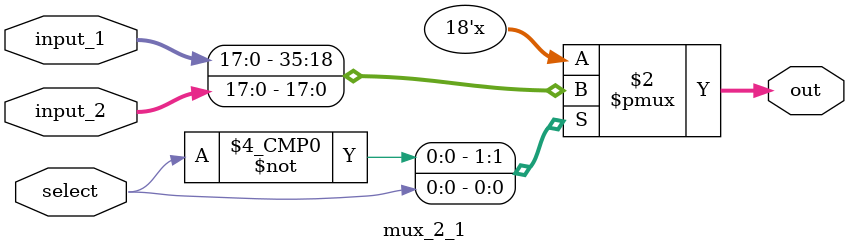
<source format=v>

module mux_2_1 #(parameter WIDTH = 18)(
    
   input [WIDTH-1:0] input_1, 
   input [WIDTH-1:0] input_2,
   input  select,
   output reg [WIDTH-1:0] out
);

 always @(*) begin
case (select)
    1'b0 : out = input_1;
    1'b1 : out = input_2;

endcase
end

endmodule
</source>
